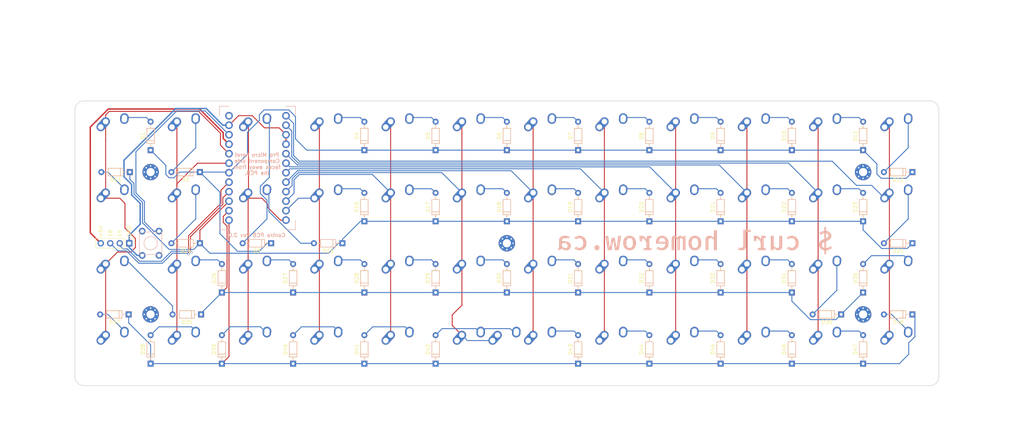
<source format=kicad_pcb>
(kicad_pcb (version 20211014) (generator pcbnew)
  (layers (0 "F.Cu" signal) (31 "B.Cu" signal) (34 "B.Paste" user) (35 "F.Paste" user) (36 "B.SilkS" user "B.Silkscreen") (37 "F.SilkS" user "F.Silkscreen") (38 "B.Mask" user) (39 "F.Mask" user) (44 "Edge.Cuts" user))
  (net 0 "")
  (net 1 "ROW0")
  (net 2 "Net-(D1-Pad2)")
  (net 3 "Net-(D2-Pad2)")
  (net 4 "Net-(D3-Pad2)")
  (net 5 "Net-(D4-Pad2)")
  (net 6 "Net-(D5-Pad2)")
  (net 7 "Net-(D6-Pad2)")
  (net 8 "Net-(D7-Pad2)")
  (net 9 "Net-(D8-Pad2)")
  (net 10 "Net-(D9-Pad2)")
  (net 11 "Net-(D10-Pad2)")
  (net 12 "Net-(D11-Pad2)")
  (net 13 "Net-(D12-Pad2)")
  (net 14 "ROW1")
  (net 15 "Net-(D13-Pad2)")
  (net 16 "Net-(D14-Pad2)")
  (net 17 "Net-(D15-Pad2)")
  (net 18 "Net-(D16-Pad2)")
  (net 19 "Net-(D17-Pad2)")
  (net 20 "Net-(D18-Pad2)")
  (net 21 "Net-(D19-Pad2)")
  (net 22 "Net-(D20-Pad2)")
  (net 23 "Net-(D21-Pad2)")
  (net 24 "Net-(D22-Pad2)")
  (net 25 "Net-(D23-Pad2)")
  (net 26 "Net-(D24-Pad2)")
  (net 27 "ROW2")
  (net 28 "Net-(D25-Pad2)")
  (net 29 "Net-(D26-Pad2)")
  (net 30 "Net-(D27-Pad2)")
  (net 31 "Net-(D28-Pad2)")
  (net 32 "Net-(D29-Pad2)")
  (net 33 "Net-(D30-Pad2)")
  (net 34 "Net-(D31-Pad2)")
  (net 35 "Net-(D32-Pad2)")
  (net 36 "Net-(D33-Pad2)")
  (net 37 "Net-(D34-Pad2)")
  (net 38 "Net-(D35-Pad2)")
  (net 39 "Net-(D36-Pad2)")
  (net 40 "ROW3")
  (net 41 "Net-(D37-Pad2)")
  (net 42 "Net-(D38-Pad2)")
  (net 43 "Net-(D39-Pad2)")
  (net 44 "Net-(D40-Pad2)")
  (net 45 "Net-(D41-Pad2)")
  (net 46 "Net-(D42-Pad2)")
  (net 47 "Net-(D43-Pad2)")
  (net 48 "Net-(D44-Pad2)")
  (net 49 "Net-(D45-Pad2)")
  (net 50 "Net-(D46-Pad2)")
  (net 51 "Net-(D47-Pad2)")
  (net 52 "Net-(D48-Pad2)")
  (net 53 "COL0")
  (net 54 "COL1")
  (net 55 "COL2")
  (net 56 "COL3")
  (net 57 "COL4")
  (net 58 "COL5")
  (net 59 "COL6")
  (net 60 "COL7")
  (net 61 "COL8")
  (net 62 "COL9")
  (net 63 "COL10")
  (net 64 "COL11")
  (net 65 "Net-(U1-Pad24)")
  (net 66 "Net-(SW1-Pad1)")
  (net 67 "GND")
  (net 68 "+5V")
  (net 69 "PIN18")
  (net 70 "PIN15")
  (footprint "MX_Alps_Hybrid:MX-1U-NoLED" (layer "F.Cu") (at 38.1 38.1)
    (fp_text reference "MX1")
    (fp_text value "MX-1U")
  )
  (footprint "MX_Alps_Hybrid:MX-1U-NoLED" (layer "F.Cu") (at 57.15 38.1)
    (fp_text reference "MX2")
    (fp_text value "MX-1U")
  )
  (footprint "MX_Alps_Hybrid:MX-1U-NoLED" (layer "F.Cu") (at 76.2 38.1)
    (fp_text reference "MX3")
    (fp_text value "MX-1U")
  )
  (footprint "MX_Alps_Hybrid:MX-1U-NoLED" (layer "F.Cu") (at 95.25 38.1)
    (fp_text reference "MX4")
    (fp_text value "MX-1U")
  )
  (footprint "MX_Alps_Hybrid:MX-1U-NoLED" (layer "F.Cu") (at 114.3 38.1)
    (fp_text reference "MX5")
    (fp_text value "MX-1U")
  )
  (footprint "MX_Alps_Hybrid:MX-1U-NoLED" (layer "F.Cu") (at 133.35 38.1)
    (fp_text reference "MX6")
    (fp_text value "MX-1U")
  )
  (footprint "MX_Alps_Hybrid:MX-1U-NoLED" (layer "F.Cu") (at 152.4 38.1)
    (fp_text reference "MX7")
    (fp_text value "MX-1U")
  )
  (footprint "MX_Alps_Hybrid:MX-1U-NoLED" (layer "F.Cu") (at 171.45 38.1)
    (fp_text reference "MX8")
    (fp_text value "MX-1U")
  )
  (footprint "MX_Alps_Hybrid:MX-1U-NoLED" (layer "F.Cu") (at 190.5 38.1)
    (fp_text reference "MX9")
    (fp_text value "MX-1U")
  )
  (footprint "MX_Alps_Hybrid:MX-1U-NoLED" (layer "F.Cu") (at 209.55 38.1)
    (fp_text reference "MX10")
    (fp_text value "MX-1U")
  )
  (footprint "MX_Alps_Hybrid:MX-1U-NoLED" (layer "F.Cu") (at 228.6 38.1)
    (fp_text reference "MX11")
    (fp_text value "MX-1U")
  )
  (footprint "MX_Alps_Hybrid:MX-1U-NoLED" (layer "F.Cu") (at 247.65 38.1)
    (fp_text reference "MX12")
    (fp_text value "MX-1U")
  )
  (footprint "MX_Alps_Hybrid:MX-1U-NoLED" (layer "F.Cu") (at 38.1 57.15)
    (fp_text reference "MX13")
    (fp_text value "MX-1U")
  )
  (footprint "MX_Alps_Hybrid:MX-1U-NoLED" (layer "F.Cu") (at 57.15 57.15)
    (fp_text reference "MX14")
    (fp_text value "MX-1U")
  )
  (footprint "MX_Alps_Hybrid:MX-1U-NoLED" (layer "F.Cu") (at 76.2 57.15)
    (fp_text reference "MX15")
    (fp_text value "MX-1U")
  )
  (footprint "MX_Alps_Hybrid:MX-1U-NoLED" (layer "F.Cu") (at 95.25 57.15)
    (fp_text reference "MX16")
    (fp_text value "MX-1U")
  )
  (footprint "MX_Alps_Hybrid:MX-1U-NoLED" (layer "F.Cu") (at 114.3 57.15)
    (fp_text reference "MX17")
    (fp_text value "MX-1U")
  )
  (footprint "MX_Alps_Hybrid:MX-1U-NoLED" (layer "F.Cu") (at 133.35 57.15)
    (fp_text reference "MX18")
    (fp_text value "MX-1U")
  )
  (footprint "MX_Alps_Hybrid:MX-1U-NoLED" (layer "F.Cu") (at 152.4 57.15)
    (fp_text reference "MX19")
    (fp_text value "MX-1U")
  )
  (footprint "MX_Alps_Hybrid:MX-1U-NoLED" (layer "F.Cu") (at 171.45 57.15)
    (fp_text reference "MX20")
    (fp_text value "MX-1U")
  )
  (footprint "MX_Alps_Hybrid:MX-1U-NoLED" (layer "F.Cu") (at 190.5 57.15)
    (fp_text reference "MX21")
    (fp_text value "MX-1U")
  )
  (footprint "MX_Alps_Hybrid:MX-1U-NoLED" (layer "F.Cu") (at 209.55 57.15)
    (fp_text reference "MX22")
    (fp_text value "MX-1U")
  )
  (footprint "MX_Alps_Hybrid:MX-1U-NoLED" (layer "F.Cu") (at 228.6 57.15)
    (fp_text reference "MX23")
    (fp_text value "MX-1U")
  )
  (footprint "MX_Alps_Hybrid:MX-1U-NoLED" (layer "F.Cu") (at 247.65 57.15)
    (fp_text reference "MX24")
    (fp_text value "MX-1U")
  )
  (footprint "MX_Alps_Hybrid:MX-1U-NoLED" (layer "F.Cu") (at 38.1 76.2)
    (fp_text reference "MX25")
    (fp_text value "MX-1U")
  )
  (footprint "MX_Alps_Hybrid:MX-1U-NoLED" (layer "F.Cu") (at 57.15 76.2)
    (fp_text reference "MX26")
    (fp_text value "MX-1U")
  )
  (footprint "MX_Alps_Hybrid:MX-1U-NoLED" (layer "F.Cu") (at 76.2 76.2)
    (fp_text reference "MX27")
    (fp_text value "MX-1U")
  )
  (footprint "MX_Alps_Hybrid:MX-1U-NoLED" (layer "F.Cu") (at 95.25 76.2)
    (fp_text reference "MX28")
    (fp_text value "MX-1U")
  )
  (footprint "MX_Alps_Hybrid:MX-1U-NoLED" (layer "F.Cu") (at 114.3 76.2)
    (fp_text reference "MX29")
    (fp_text value "MX-1U")
  )
  (footprint "MX_Alps_Hybrid:MX-1U-NoLED" (layer "F.Cu") (at 133.35 76.2)
    (fp_text reference "MX30")
    (fp_text value "MX-1U")
  )
  (footprint "MX_Alps_Hybrid:MX-1U-NoLED" (layer "F.Cu") (at 152.4 76.2)
    (fp_text reference "MX31")
    (fp_text value "MX-1U")
  )
  (footprint "MX_Alps_Hybrid:MX-1U-NoLED" (layer "F.Cu") (at 171.45 76.2)
    (fp_text reference "MX32")
    (fp_text value "MX-1U")
  )
  (footprint "MX_Alps_Hybrid:MX-1U-NoLED" (layer "F.Cu") (at 190.5 76.2)
    (fp_text reference "MX33")
    (fp_text value "MX-1U")
  )
  (footprint "MX_Alps_Hybrid:MX-1U-NoLED" (layer "F.Cu") (at 209.55 76.2)
    (fp_text reference "MX34")
    (fp_text value "MX-1U")
  )
  (footprint "MX_Alps_Hybrid:MX-1U-NoLED" (layer "F.Cu") (at 228.6 76.2)
    (fp_text reference "MX35")
    (fp_text value "MX-1U")
  )
  (footprint "MX_Alps_Hybrid:MX-1U-NoLED" (layer "F.Cu") (at 247.65 76.2)
    (fp_text reference "MX36")
    (fp_text value "MX-1U")
  )
  (footprint "MX_Alps_Hybrid:MX-1U-NoLED" (layer "F.Cu") (at 38.1 95.25)
    (fp_text reference "MX37")
    (fp_text value "MX-1U")
  )
  (footprint "MX_Alps_Hybrid:MX-1U-NoLED" (layer "F.Cu") (at 57.15 95.25)
    (fp_text reference "MX38")
    (fp_text value "MX-1U")
  )
  (footprint "MX_Alps_Hybrid:MX-1U-NoLED" (layer "F.Cu") (at 76.2 95.25)
    (fp_text reference "MX39")
    (fp_text value "MX-1U")
  )
  (footprint "MX_Alps_Hybrid:MX-1U-NoLED" (layer "F.Cu") (at 95.25 95.25)
    (fp_text reference "MX40")
    (fp_text value "MX-1U")
  )
  (footprint "MX_Alps_Hybrid:MX-1U-NoLED" (layer "F.Cu") (at 114.3 95.25)
    (fp_text reference "MX41")
    (fp_text value "MX-1U")
  )
  (footprint "MX_Alps_Hybrid:MX-1U-NoLED" (layer "F.Cu") (at 133.35 95.25)
    (fp_text reference "MX42")
    (fp_text value "MX-1U")
  )
  (footprint "MX_Alps_Hybrid:MX-1U-NoLED" (layer "F.Cu") (at 152.4 95.25)
    (fp_text reference "MX43")
    (fp_text value "MX-1U")
  )
  (footprint "MX_Alps_Hybrid:MX-1U-NoLED" (layer "F.Cu") (at 171.45 95.25)
    (fp_text reference "MX44")
    (fp_text value "MX-1U")
  )
  (footprint "MX_Alps_Hybrid:MX-1U-NoLED" (layer "F.Cu") (at 190.5 95.25)
    (fp_text reference "MX45")
    (fp_text value "MX-1U")
  )
  (footprint "MX_Alps_Hybrid:MX-1U-NoLED" (layer "F.Cu") (at 209.55 95.25)
    (fp_text reference "MX46")
    (fp_text value "MX-1U")
  )
  (footprint "MX_Alps_Hybrid:MX-1U-NoLED" (layer "F.Cu") (at 228.6 95.25)
    (fp_text reference "MX47")
    (fp_text value "MX-1U")
  )
  (footprint "MX_Alps_Hybrid:MX-1U-NoLED" (layer "F.Cu") (at 247.65 95.25)
    (fp_text reference "MX48")
    (fp_text value "MX-1U")
  )
  (footprint "MX_Alps_Hybrid:MX-2U-ReversedStabilizers-NoLED" (layer "F.Cu") (at 142.875 95.25)
    (fp_text reference "MX49")
    (fp_text value "MX-2U")
  )
  (footprint "Mounting_Holes:MountingHole_2.2mm_M2_Pad_Via" (layer "F.Cu") (at 238.125 85.725)
    (fp_text reference "REF**")
    (fp_text value "MountingHole_2.2mm_M2_Pad_Via")
  )
  (footprint "Mounting_Holes:MountingHole_2.2mm_M2_Pad_Via" (layer "F.Cu") (at 238.125 47.625)
    (fp_text reference "REF**")
    (fp_text value "MountingHole_2.2mm_M2_Pad_Via")
  )
  (footprint "Mounting_Holes:MountingHole_2.2mm_M2_Pad_Via" (layer "F.Cu") (at 142.875 66.675)
    (fp_text reference "REF**")
    (fp_text value "MountingHole_2.2mm_M2_Pad_Via")
  )
  (footprint "Mounting_Holes:MountingHole_2.2mm_M2_Pad_Via" (layer "F.Cu") (at 47.625 47.625)
    (fp_text reference "REF**")
    (fp_text value "MountingHole_2.2mm_M2_Pad_Via")
  )
  (footprint "Mounting_Holes:MountingHole_2.2mm_M2_Pad_Via" (layer "F.Cu") (at 47.625 85.725)
    (fp_text reference "REF**")
    (fp_text value "MountingHole_2.2mm_M2_Pad_Via")
  )
  (footprint "locallib:D_DO-35_SOD27_P7.62mm_Horizontal-DoubleSided" (layer "F.Cu") (at 47.625 41.75125 90)
    (fp_text reference "D1")
    (fp_text value "1N4148")
  )
  (footprint "locallib:D_DO-35_SOD27_P7.62mm_Horizontal-DoubleSided" (layer "F.Cu") (at 60.80125 47.625 180)
    (fp_text reference "D2")
    (fp_text value "1N4148")
  )
  (footprint "locallib:D_DO-35_SOD27_P7.62mm_Horizontal-DoubleSided" (layer "F.Cu") (at 79.85125 66.675 180)
    (fp_text reference "D3")
    (fp_text value "1N4148")
  )
  (footprint "locallib:D_DO-35_SOD27_P7.62mm_Horizontal-DoubleSided" (layer "F.Cu") (at 104.775 41.75125 90)
    (fp_text reference "D4")
    (fp_text value "1N4148")
  )
  (footprint "locallib:D_DO-35_SOD27_P7.62mm_Horizontal-DoubleSided" (layer "F.Cu") (at 123.825 41.75125 90)
    (fp_text reference "D5")
    (fp_text value "1N4148")
  )
  (footprint "locallib:D_DO-35_SOD27_P7.62mm_Horizontal-DoubleSided" (layer "F.Cu") (at 142.875 41.75125 90)
    (fp_text reference "D6")
    (fp_text value "1N4148")
  )
  (footprint "locallib:D_DO-35_SOD27_P7.62mm_Horizontal-DoubleSided" (layer "F.Cu") (at 161.925 41.75125 90)
    (fp_text reference "D7")
    (fp_text value "1N4148")
  )
  (footprint "locallib:D_DO-35_SOD27_P7.62mm_Horizontal-DoubleSided" (layer "F.Cu") (at 180.975 41.75125 90)
    (fp_text reference "D8")
    (fp_text value "1N4148")
  )
  (footprint "locallib:D_DO-35_SOD27_P7.62mm_Horizontal-DoubleSided" (layer "F.Cu") (at 200.025 41.75125 90)
    (fp_text reference "D9")
    (fp_text value "1N4148")
  )
  (footprint "locallib:D_DO-35_SOD27_P7.62mm_Horizontal-DoubleSided" (layer "F.Cu") (at 219.075 41.75125 90)
    (fp_text reference "D10")
    (fp_text value "1N4148")
  )
  (footprint "locallib:D_DO-35_SOD27_P7.62mm_Horizontal-DoubleSided" (layer "F.Cu") (at 238.125 41.75125 90)
    (fp_text reference "D11")
    (fp_text value "1N4148")
  )
  (footprint "locallib:D_DO-35_SOD27_P7.62mm_Horizontal-DoubleSided" (layer "F.Cu") (at 251.30125 47.625 180)
    (fp_text reference "D12")
    (fp_text value "1N4148")
  )
  (footprint "locallib:D_DO-35_SOD27_P7.62mm_Horizontal-DoubleSided" (layer "F.Cu") (at 42.06875 47.625 180)
    (fp_text reference "D13")
    (fp_text value "1N4148")
  )
  (footprint "locallib:D_DO-35_SOD27_P7.62mm_Horizontal-DoubleSided" (layer "F.Cu") (at 60.80125 66.675 180)
    (fp_text reference "D14")
    (fp_text value "1N4148")
  )
  (footprint "locallib:D_DO-35_SOD27_P7.62mm_Horizontal-DoubleSided" (layer "F.Cu") (at 98.90125 66.675 180)
    (fp_text reference "D15")
    (fp_text value "1N4148")
  )
  (footprint "locallib:D_DO-35_SOD27_P7.62mm_Horizontal-DoubleSided" (layer "F.Cu") (at 104.775 60.80125 90)
    (fp_text reference "D16")
    (fp_text value "1N4148")
  )
  (footprint "locallib:D_DO-35_SOD27_P7.62mm_Horizontal-DoubleSided" (layer "F.Cu") (at 123.825 60.80125 90)
    (fp_text reference "D17")
    (fp_text value "1N4148")
  )
  (footprint "locallib:D_DO-35_SOD27_P7.62mm_Horizontal-DoubleSided" (layer "F.Cu") (at 142.875 60.80125 90)
    (fp_text reference "D18")
    (fp_text value "1N4148")
  )
  (footprint "locallib:D_DO-35_SOD27_P7.62mm_Horizontal-DoubleSided" (layer "F.Cu") (at 161.925 60.80125 90)
    (fp_text reference "D19")
    (fp_text value "1N4148")
  )
  (footprint "locallib:D_DO-35_SOD27_P7.62mm_Horizontal-DoubleSided" (layer "F.Cu") (at 180.975 60.80125 90)
    (fp_text reference "D20")
    (fp_text value "1N4148")
  )
  (footprint "locallib:D_DO-35_SOD27_P7.62mm_Horizontal-DoubleSided" (layer "F.Cu") (at 200.025 60.80125 90)
    (fp_text reference "D21")
    (fp_text value "1N4148")
  )
  (footprint "locallib:D_DO-35_SOD27_P7.62mm_Horizontal-DoubleSided" (layer "F.Cu") (at 219.075 60.80125 90)
    (fp_text reference "D22")
    (fp_text value "1N4148")
  )
  (footprint "locallib:D_DO-35_SOD27_P7.62mm_Horizontal-DoubleSided" (layer "F.Cu") (at 238.125 60.80125 90)
    (fp_text reference "D23")
    (fp_text value "1N4148")
  )
  (footprint "locallib:D_DO-35_SOD27_P7.62mm_Horizontal-DoubleSided" (layer "F.Cu") (at 251.30125 66.675 180)
    (fp_text reference "D24")
    (fp_text value "1N4148")
  )
  (footprint "locallib:D_DO-35_SOD27_P7.62mm_Horizontal-DoubleSided" (layer "F.Cu") (at 61.11875 85.725 180)
    (fp_text reference "D25")
    (fp_text value "1N4148")
  )
  (footprint "locallib:D_DO-35_SOD27_P7.62mm_Horizontal-DoubleSided" (layer "F.Cu") (at 66.675 79.85125 90)
    (fp_text reference "D26")
    (fp_text value "1N4148")
  )
  (footprint "locallib:D_DO-35_SOD27_P7.62mm_Horizontal-DoubleSided" (layer "F.Cu") (at 85.725 79.85125 90)
    (fp_text reference "D27")
    (fp_text value "1N4148")
  )
  (footprint "locallib:D_DO-35_SOD27_P7.62mm_Horizontal-DoubleSided" (layer "F.Cu") (at 104.775 79.85125 90)
    (fp_text reference "D28")
    (fp_text value "1N4148")
  )
  (footprint "locallib:D_DO-35_SOD27_P7.62mm_Horizontal-DoubleSided" (layer "F.Cu") (at 123.825 79.85125 90)
    (fp_text reference "D29")
    (fp_text value "1N4148")
  )
  (footprint "locallib:D_DO-35_SOD27_P7.62mm_Horizontal-DoubleSided" (layer "F.Cu") (at 142.875 79.85125 90)
    (fp_text reference "D30")
    (fp_text value "1N4148")
  )
  (footprint "locallib:D_DO-35_SOD27_P7.62mm_Horizontal-DoubleSided" (layer "F.Cu") (at 161.925 79.85125 90)
    (fp_text reference "D31")
    (fp_text value "1N4148")
  )
  (footprint "locallib:D_DO-35_SOD27_P7.62mm_Horizontal-DoubleSided" (layer "F.Cu") (at 180.975 79.85125 90)
    (fp_text reference "D32")
    (fp_text value "1N4148")
  )
  (footprint "locallib:D_DO-35_SOD27_P7.62mm_Horizontal-DoubleSided" (layer "F.Cu") (at 200.025 79.85125 90)
    (fp_text reference "D33")
    (fp_text value "1N4148")
  )
  (footprint "locallib:D_DO-35_SOD27_P7.62mm_Horizontal-DoubleSided" (layer "F.Cu") (at 219.075 79.85125 90)
    (fp_text reference "D34")
    (fp_text value "1N4148")
  )
  (footprint "locallib:D_DO-35_SOD27_P7.62mm_Horizontal-DoubleSided" (layer "F.Cu") (at 232.25125 85.725 180)
    (fp_text reference "D35")
    (fp_text value "1N4148")
  )
  (footprint "locallib:D_DO-35_SOD27_P7.62mm_Horizontal-DoubleSided" (layer "F.Cu") (at 238.125 79.85125 90)
    (fp_text reference "D36")
    (fp_text value "1N4148")
  )
  (footprint "locallib:D_DO-35_SOD27_P7.62mm_Horizontal-DoubleSided" (layer "F.Cu") (at 41.75125 85.725 180)
    (fp_text reference "D37")
    (fp_text value "1N4148")
  )
  (footprint "locallib:D_DO-35_SOD27_P7.62mm_Horizontal-DoubleSided" (layer "F.Cu") (at 47.625 98.90125 90)
    (fp_text reference "D38")
    (fp_text value "1N4148")
  )
  (footprint "locallib:D_DO-35_SOD27_P7.62mm_Horizontal-DoubleSided" (layer "F.Cu") (at 66.675 98.90125 90)
    (fp_text reference "D39")
    (fp_text value "1N4148")
  )
  (footprint "locallib:D_DO-35_SOD27_P7.62mm_Horizontal-DoubleSided" (layer "F.Cu") (at 85.725 98.90125 90)
    (fp_text reference "D40")
    (fp_text value "1N4148")
  )
  (footprint "locallib:D_DO-35_SOD27_P7.62mm_Horizontal-DoubleSided" (layer "F.Cu") (at 104.775 98.90125 90)
    (fp_text reference "D41")
    (fp_text value "1N4148")
  )
  (footprint "locallib:D_DO-35_SOD27_P7.62mm_Horizontal-DoubleSided" (layer "F.Cu") (at 123.825 98.90125 90)
    (fp_text reference "D42")
    (fp_text value "1N4148")
  )
  (footprint "locallib:D_DO-35_SOD27_P7.62mm_Horizontal-DoubleSided" (layer "F.Cu") (at 161.925 98.90125 90)
    (fp_text reference "D43")
    (fp_text value "1N4148")
  )
  (footprint "locallib:D_DO-35_SOD27_P7.62mm_Horizontal-DoubleSided" (layer "F.Cu") (at 180.975 98.90125 90)
    (fp_text reference "D44")
    (fp_text value "1N4148")
  )
  (footprint "locallib:D_DO-35_SOD27_P7.62mm_Horizontal-DoubleSided" (layer "F.Cu") (at 200.025 98.90125 90)
    (fp_text reference "D45")
    (fp_text value "1N4148")
  )
  (footprint "locallib:D_DO-35_SOD27_P7.62mm_Horizontal-DoubleSided" (layer "F.Cu") (at 219.075 98.90125 90)
    (fp_text reference "D46")
    (fp_text value "1N4148")
  )
  (footprint "locallib:D_DO-35_SOD27_P7.62mm_Horizontal-DoubleSided" (layer "F.Cu") (at 238.125 98.90125 90)
    (fp_text reference "D47")
    (fp_text value "1N4148")
  )
  (footprint "locallib:D_DO-35_SOD27_P7.62mm_Horizontal-DoubleSided" (layer "F.Cu") (at 251.30125 85.725 180)
    (fp_text reference "D48")
    (fp_text value "1N4148")
  )
  (footprint "Pin_Headers:Pin_Header_Straight_1x04_Pitch2.54mm" (layer "F.Cu") (at 41.91 66.675 -90)
    (fp_text reference "J1")
    (fp_text value "Conn_01x04")
  )
  (footprint "locallib:pro_micro" (layer "B.Cu") (at 76.2 45.24375 180)
    (fp_text reference "U1")
    (fp_text value "ProMicro")
  )
  (footprint "Molex-0548190589:PushButton_6x6mm_TH_Pretty" (layer "B.Cu") (at 47.625 66.675 90)
    (fp_text reference "SW1")
    (fp_text value "SW_PUSH")
  )
  (footprint "homerow:homerow_small" (layer "B.Cu") (at 193.04 66.04 180)
    (fp_text reference "G***" hide)
    (fp_text value "LOGO" hide)
  )
  (gr_arc (start 29.765625 104.775) (mid 28.081827 104.077548) (end 27.384375 102.39375) (layer "Edge.Cuts") (width 0.15))
  (gr_arc (start 27.384375 30.95625) (mid 28.081827 29.272452) (end 29.765625 28.575) (layer "Edge.Cuts") (width 0.15))
  (gr_arc (start 255.984375 28.575) (mid 257.668173 29.272452) (end 258.365625 30.95625) (layer "Edge.Cuts") (width 0.15))
  (gr_line (start 255.984375 104.775) (end 29.765625 104.775) (layer "Edge.Cuts") (width 0.15))
  (gr_arc (start 258.365625 102.39375) (mid 257.668173 104.077548) (end 255.984375 104.775) (layer "Edge.Cuts") (width 0.15))
  (gr_line (start 27.384375 102.39375) (end 27.384375 30.95625) (layer "Edge.Cuts") (width 0.15))
  (gr_line (start 29.765625 28.575) (end 255.984375 28.575) (layer "Edge.Cuts") (width 0.15))
  (gr_line (start 258.365625 30.95625) (end 258.365625 102.39375) (layer "Edge.Cuts") (width 0.15))
  (gr_text "Contra PCB Rev 2.0" (at 76.04125 64.516) (layer "B.SilkS") (effects (font (size 1 1) (thickness 0.2)) (justify mirror)))
  (gr_text "Pro Micro here!\nComponent side\nfaces away from\nthe PCB." (at 76.073 45.466) (layer "B.SilkS") (effects (font (size 1 1) (thickness 0.2)) (justify mirror)))
  (gr_text "GND" (at 41.91 63.5 90) (layer "F.SilkS") (effects (font (size 1 1))))
  (gr_text "18\n" (at 36.83 64.008 90) (layer "F.SilkS") (effects (font (size 1 1))))
  (gr_text "15" (at 39.37 64.008 90) (layer "F.SilkS") (effects (font (size 1 1))))
  (gr_text "+5V" (at 34.29 63.5 90) (layer "F.SilkS") (effects (font (size 1 1))))
  (segment (start 241.808 48.133) (end 241.808 45.43425) (width 0.25) (layer "B.Cu") (net 1))
  (segment (start 182.025 41.75125) (end 200.025 41.75125) (width 0.25) (layer "B.Cu") (net 1))
  (segment (start 86.36 32.766) (end 84.582 30.988) (width 0.25) (layer "B.Cu") (net 1))
  (segment (start 161.925 41.75125) (end 162.975 41.75125) (width 0.25) (layer "B.Cu") (net 1))
  (segment (start 68.42125 47.625) (end 68.58 47.78375) (width 0.25) (layer "B.Cu") (net 1))
  (segment (start 249.65025 49.276) (end 242.951 49.276) (width 0.25) (layer "B.Cu") (net 1))
  (segment (start 79.85125 66.675) (end 78.80125 66.675) (width 0.25) (layer "B.Cu") (net 1))
  (segment (start 73.533 42.83075) (end 68.58 47.78375) (width 0.25) (layer "B.Cu") (net 1))
  (segment (start 219.075 41.75125) (end 220.125 41.75125) (width 0.25) (layer "B.Cu") (net 1))
  (segment (start 105.825 41.75125) (end 123.825 41.75125) (width 0.25) (layer "B.Cu") (net 1))
  (segment (start 51.689 45.81525) (end 47.625 41.75125) (width 0.25) (layer "B.Cu") (net 1))
  (segment (start 77.978 30.988) (end 76.708 32.258) (width 0.25) (layer "B.Cu") (net 1))
  (segment (start 162.975 41.75125) (end 180.975 41.75125) (width 0.25) (layer "B.Cu") (net 1))
  (segment (start 76.708 32.258) (end 76.708 33.782) (width 0.25) (layer "B.Cu") (net 1))
  (segment (start 73.533 36.957) (end 73.533 42.83075) (width 0.25) (layer "B.Cu") (net 1))
  (segment (start 76.708 33.782) (end 73.533 36.957) (width 0.25) (layer "B.Cu") (net 1))
  (segment (start 124.875 41.75125) (end 142.875 41.75125) (width 0.25) (layer "B.Cu") (net 1))
  (segment (start 142.875 41.75125) (end 143.925 41.75125) (width 0.25) (layer "B.Cu") (net 1))
  (segment (start 104.775 41.75125) (end 105.825 41.75125) (width 0.25) (layer "B.Cu") (net 1))
  (segment (start 84.582 30.988) (end 77.978 30.988) (width 0.25) (layer "B.Cu") (net 1))
  (segment (start 89.37625 41.75125) (end 86.36 38.735) (width 0.25) (layer "B.Cu") (net 1))
  (segment (start 200.025 41.75125) (end 201.075 41.75125) (width 0.25) (layer "B.Cu") (net 1))
  (segment (start 76.64225 68.834) (end 70.866 68.834) (width 0.25) (layer "B.Cu") (net 1))
  (segment (start 60.80125 47.625) (end 55.372 47.625) (width 0.25) (layer "B.Cu") (net 1))
  (segment (start 143.925 41.75125) (end 161.925 41.75125) (width 0.25) (layer "B.Cu") (net 1))
  (segment (start 51.689 48.26) (end 51.689 45.81525) (width 0.25) (layer "B.Cu") (net 1))
  (segment (start 66.167 64.135) (end 66.167 52.99075) (width 0.25) (layer "B.Cu") (net 1))
  (segment (start 86.36 38.735) (end 86.36 32.766) (width 0.25) (layer "B.Cu") (net 1))
  (segment (start 70.866 68.834) (end 66.167 64.135) (width 0.25) (layer "B.Cu") (net 1))
  (segment (start 104.775 41.75125) (end 89.37625 41.75125) (width 0.25) (layer "B.Cu") (net 1))
  (segment (start 52.578 49.149) (end 51.689 48.26) (width 0.25) (layer "B.Cu") (net 1))
  (segment (start 201.075 41.75125) (end 219.075 41.75125) (width 0.25) (layer "B.Cu") (net 1))
  (segment (start 220.125 41.75125) (end 238.125 41.75125) (width 0.25) (layer "B.Cu") (net 1))
  (segment (start 66.167 52.99075) (end 60.80125 47.625) (width 0.25) (layer "B.Cu") (net 1))
  (segment (start 78.80125 66.675) (end 76.64225 68.834) (width 0.25) (layer "B.Cu") (net 1))
  (segment (start 60.80125 47.625) (end 68.42125 47.625) (width 0.25) (layer "B.Cu") (net 1))
  (segment (start 242.951 49.276) (end 241.808 48.133) (width 0.25) (layer "B.Cu") (net 1))
  (segment (start 123.825 41.75125) (end 124.875 41.75125) (width 0.25) (layer "B.Cu") (net 1))
  (segment (start 55.372 47.625) (end 53.848 49.149) (width 0.25) (layer "B.Cu") (net 1))
  (segment (start 180.975 41.75125) (end 182.025 41.75125) (width 0.25) (layer "B.Cu") (net 1))
  (segment (start 53.848 49.149) (end 52.578 49.149) (width 0.25) (layer "B.Cu") (net 1))
  (segment (start 241.808 45.43425) (end 238.125 41.75125) (width 0.25) (layer "B.Cu") (net 1))
  (segment (start 251.30125 47.625) (end 249.65025 49.276) (width 0.25) (layer "B.Cu") (net 1))
  (segment (start 40.64 33.02) (end 46.51375 33.02) (width 0.25) (layer "B.Cu") (net 2))
  (segment (start 46.51375 33.02) (end 47.625 34.13125) (width 0.25) (layer "B.Cu") (net 2))
  (segment (start 59.69 33.02) (end 59.69 41.11625) (width 0.25) (layer "B.Cu") (net 3))
  (segment (start 59.69 41.11625) (end 53.18125 47.625) (width 0.25) (layer "B.Cu") (net 3))
  (segment (start 79.375 34.275) (end 78.7 33.6) (width 0.25) (layer "B.Cu") (net 4))
  (segment (start 78.74 60.16625) (end 78.74 55.118) (width 0.25) (layer "B.Cu") (net 4))
  (segment (start 78.74 34.61099) (end 78.74 33.02) (width 0.25) (layer "B.Cu") (net 4))
  (segment (start 72.23125 66.675) (end 78.74 60.16625) (width 0.25) (layer "B.Cu") (net 4))
  (segment (start 78.74 55.118) (end 76.962 53.34) (width 0.25) (layer "B.Cu") (net 4))
  (segment (start 76.962 51.435) (end 79.375 49.022) (width 0.25) (layer "B.Cu") (net 4))
  (segment (start 79.375 49.022) (end 79.375 35.24599) (width 0.25) (layer "B.Cu") (net 4))
  (segment (start 79.375 35.24599) (end 79.375 34.275) (width 0.25) (layer "B.Cu") (net 4))
  (segment (start 76.962 53.34) (end 76.962 51.435) (width 0.25) (layer "B.Cu") (net 4))
  (segment (start 97.79 33.02) (end 103.66375 33.02) (width 0.25) (layer "B.Cu") (net 5))
  (segment (start 103.66375 33.02) (end 104.775 34.13125) (width 0.25) (layer "B.Cu") (net 5))
  (segment (start 122.71375 33.02) (end 123.825 34.13125) (width 0.25) (layer "B.Cu") (net 6))
  (segment (start 116.84 33.02) (end 122.71375 33.02) (width 0.25) (layer "B.Cu") (net 6))
  (segment (start 135.89 33.02) (end 141.76375 33.02) (width 0.25) (layer "B.Cu") (net 7))
  (segment (start 141.76375 33.02) (end 142.875 34.13125) (width 0.25) (layer "B.Cu") (net 7))
  (segment (start 154.94 33.02) (end 160.81375 33.02) (width 0.25) (layer "B.Cu") (net 8))
  (segment (start 160.81375 33.02) (end 161.925 34.13125) (width 0.25) (layer "B.Cu") (net 8))
  (segment (start 173.99 33.02) (end 179.86375 33.02) (width 0.25) (layer "B.Cu") (net 9))
  (segment (start 179.86375 33.02) (end 180.975 34.13125) (width 0.25) (layer "B.Cu") (net 9))
  (segment (start 198.91375 33.02) (end 200.025 34.13125) (width 0.25) (layer "B.Cu") (net 10))
  (segment (start 193.04 33.02) (end 198.91375 33.02) (width 0.25) (layer "B.Cu") (net 10))
  (segment (start 217.96375 33.02) (end 219.075 34.13125) (width 0.25) (layer "B.Cu") (net 11))
  (segment (start 212.09 33.02) (end 217.96375 33.02) (width 0.25) (layer "B.Cu") (net 11))
  (segment (start 237.01375 33.02) (end 238.125 34.13125) (width 0.25) (layer "B.Cu") (net 12))
  (segment (start 231.14 33.02) (end 237.01375 33.02) (width 0.25) (layer "B.Cu") (net 12))
  (segment (start 250.19 33.02) (end 250.19 41.11625) (width 0.25) (layer "B.Cu") (net 13))
  (segment (start 250.19 41.11625) (end 243.68125 47.625) (width 0.25) (layer "B.Cu") (net 13))
  (segment (start 68.58 55.40375) (end 60.80125 63.1825) (width 0.25) (layer "F.Cu") (net 14))
  (segment (start 60.80125 63.1825) (end 60.80125 66.675) (width 0.25) (layer "F.Cu") (net 14))
  (segment (start 98.90125 66.675) (end 98.90125 65.625) (width 0.25) (layer "B.Cu") (net 14))
  (segment (start 98.90125 66.675) (end 97.85125 66.675) (width 0.25) (layer "B.Cu") (net 14))
  (segment (start 142.875 60.80125) (end 143.925 60.80125) (width 0.25) (layer "B.Cu") (net 14))
  (segment (start 45.466 55.753) (end 45.466 61.214) (width 0.25) (layer "B.Cu") (net 14))
  (segment (start 42.06875 49.56175) (end 43.18 50.673) (width 0.25) (layer "B.Cu") (net 14))
  (segment (start 161.925 60.80125) (end 180.975 60.80125) (width 0.25) (layer "B.Cu") (net 14))
  (segment (start 238.125 63.119) (end 243.078 68.072) (width 0.25) (layer "B.Cu") (net 14))
  (segment (start 45.466 61.214) (end 52.578 68.326) (width 0.25) (layer "B.Cu") (net 14))
  (segment (start 105.825 60.80125) (end 123.825 60.80125) (width 0.25) (layer "B.Cu") (net 14))
  (segment (start 59.15025 68.326) (end 60.80125 66.675) (width 0.25) (layer "B.Cu") (net 14))
  (segment (start 124.875 60.80125) (end 142.875 60.80125) (width 0.25) (layer "B.Cu") (net 14))
  (segment (start 95.18425 69.342) (end 63.46825 69.342) (width 0.25) (layer "B.Cu") (net 14))
  (segment (start 43.18 50.673) (end 43.18 53.467) (width 0.25) (layer "B.Cu") (net 14))
  (segment (start 238.125 60.80125) (end 238.125 63.119) (width 0.25) (layer "B.Cu") (net 14))
  (segment (start 143.925 60.80125) (end 161.925 60.80125) (width 0.25) (layer "B.Cu") (net 14))
  (segment (start 219.075 60.80125) (end 238.125 60.80125) (width 0.25) (layer "B.Cu") (net 14))
  (segment (start 98.90125 65.625) (end 103.725 60.80125) (width 0.25) (layer "B.Cu") (net 14))
  (segment (start 63.46825 69.342) (end 60.80125 66.675) (width 0.25) (layer "B.Cu") (net 14))
  (segment (start 243.078 68.072) (end 249.90425 68.072) (width 0.25) (layer "B.Cu") (net 14))
  (segment (start 180.975 60.80125) (end 182.025 60.80125) (width 0.25) (layer "B.Cu") (net 14))
  (segment (start 123.825 60.80125) (end 124.875 60.80125) (width 0.25) (layer "B.Cu") (net 14))
  (segment (start 103.725 60.80125) (end 104.775 60.80125) (width 0.25) (layer "B.Cu") (net 14))
  (segment (start 42.06875 47.625) (end 42.06875 49.56175) (width 0.25) (layer "B.Cu") (net 14))
  (segment (start 182.025 60.80125) (end 200.025 60.80125) (width 0.25) (layer "B.Cu") (net 14))
  (segment (start 43.18 53.467) (end 45.466 55.753) (width 0.25) (layer "B.Cu") (net 14))
  (segment (start 52.578 68.326) (end 59.15025 68.326) (width 0.25) (layer "B.Cu") (net 14))
  (segment (start 200.025 60.80125) (end 219.075 60.80125) (width 0.25) (layer "B.Cu") (net 14))
  (segment (start 104.775 60.80125) (end 105.825 60.80125) (width 0.25) (layer "B.Cu") (net 14))
  (segment (start 249.90425 68.072) (end 251.30125 66.675) (width 0.25) (layer "B.Cu") (net 14))
  (segment (start 97.85125 66.675) (end 95.18425 69.342) (width 0.25) (layer "B.Cu") (net 14))
  (segment (start 36.195 47.625) (end 40.64 52.07) (width 0.25) (layer "B.Cu") (net 15))
  (segment (start 34.44875 47.625) (end 36.195 47.625) (width 0.25) (layer "B.Cu") (net 15))
  (segment (start 59.69 52.07) (end 59.69 60.16625) (width 0.25) (layer "B.Cu") (net 16))
  (segment (start 59.69 60.16625) (end 53.18125 66.675) (width 0.25) (layer "B.Cu") (net 16))
  (segment (start 87.757 66.675) (end 79.248 58.166) (width 0.25) (layer "B.Cu") (net 17))
  (segment (start 91.28125 66.675) (end 87.757 66.675) (width 0.25) (layer "B.Cu") (net 17))
  (segment (start 79.248 52.578) (end 78.74 52.07) (width 0.25) (layer "B.Cu") (net 17))
  (segment (start 79.248 58.166) (end 79.248 52.578) (width 0.25) (layer "B.Cu") (net 17))
  (segment (start 103.66375 52.07) (end 104.775 53.18125) (width 0.25) (layer "B.Cu") (net 18))
  (segment (start 97.79 52.07) (end 103.66375 52.07) (width 0.25) (layer "B.Cu") (net 18))
  (segment (start 122.71375 52.07) (end 123.825 53.18125) (width 0.25) (layer "B.Cu") (net 19))
  (segment (start 117.983 52.07) (end 122.71375 52.07) (width 0.25) (layer "B.Cu") (net 19))
  (segment (start 117.403 52.65) (end 117.983 52.07) (width 0.25) (layer "B.Cu") (net 19))
  (segment (start 116.8 52.65) (end 117.403 52.65) (width 0.25) (layer "B.Cu") (net 19))
  (segment (start 141.76375 52.07) (end 142.875 53.18125) (width 0.25) (layer "B.Cu") (net 20))
  (segment (start 135.89 52.07) (end 141.76375 52.07) (width 0.25) (layer "B.Cu") (net 20))
  (segment (start 154.94 52.07) (end 160.81375 52.07) (width 0.25) (layer "B.Cu") (net 21))
  (segment (start 160.81375 52.07) (end 161.925 53.18125) (width 0.25) (layer "B.Cu") (net 21))
  (segment (start 179.86375 52.07) (end 180.975 53.18125) (width 0.25) (layer "B.Cu") (net 22))
  (segment (start 173.99 52.07) (end 179.86375 52.07) (width 0.25) (layer "B.Cu") (net 22))
  (segment (start 198.91375 52.07) (end 200.025 53.18125) (width 0.25) (layer "B.Cu") (net 23))
  (segment (start 193.603 52.65) (end 194.183 52.07) (width 0.25) (layer "B.Cu") (net 23))
  (segment (start 193 52.65) (end 193.603 52.65) (width 0.25) (layer "B.Cu") (net 23))
  (segment (start 194.183 52.07) (end 198.91375 52.07) (width 0.25) (layer "B.Cu") (net 23))
  (segment (start 217.96375 52.07) (end 219.075 53.18125) (width 0.25) (layer "B.Cu") (net 24))
  (segment (start 212.09 52.07) (end 217.96375 52.07) (width 0.25) (layer "B.Cu") (net 24))
  (segment (start 231.14 52.07) (end 237.01375 52.07) (width 0.25) (layer "B.Cu") (net 25))
  (segment (start 237.01375 52.07) (end 238.125 53.18125) (width 0.25) (layer "B.Cu") (net 25))
  (segment (start 250.19 60.16625) (end 243.68125 66.675) (width 0.25) (layer "B.Cu") (net 26))
  (segment (start 250.19 52.07) (end 250.19 60.16625) (width 0.25) (layer "B.Cu") (net 26))
  (segment (start 68.072 62.103) (end 68.072 78.45425) (width 0.25) (layer "F.Cu") (net 27))
  (segment (start 67.056 59.46775) (end 67.056 61.087) (width 0.25) (layer "F.Cu") (net 27))
  (segment (start 67.056 61.087) (end 68.072 62.103) (width 0.25) (layer "F.Cu") (net 27))
  (segment (start 68.58 57.94375) (end 67.056 59.46775) (width 0.25) (layer "F.Cu") (net 27))
  (segment (start 68.072 78.45425) (end 66.675 79.85125) (width 0.25) (layer "F.Cu") (net 27))
  (segment (start 224.028 87.122) (end 230.85425 87.122) (width 0.25) (layer "B.Cu") (net 27))
  (segment (start 230.85425 87.122) (end 232.25125 85.725) (width 0.25) (layer "B.Cu") (net 27))
  (segment (start 161.925 79.85125) (end 180.975 79.85125) (width 0.25) (layer "B.Cu") (net 27))
  (segment (start 219.075 79.85125) (end 219.075 82.169) (width 0.25) (layer "B.Cu") (net 27))
  (segment (start 105.825 79.85125) (end 123.825 79.85125) (width 0.25) (layer "B.Cu") (net 27))
  (segment (start 200.025 79.85125) (end 201.075 79.85125) (width 0.25) (layer "B.Cu") (net 27))
  (segment (start 61.11875 85.4075) (end 66.675 79.85125) (width 0.25) (layer "B.Cu") (net 27))
  (segment (start 142.875 79.85125) (end 161.925 79.85125) (width 0.25) (layer "B.Cu") (net 27))
  (segment (start 86.775 79.85125) (end 104.775 79.85125) (width 0.25) (layer "B.Cu") (net 27))
  (segment (start 182.025 79.85125) (end 200.025 79.85125) (width 0.25) (layer "B.Cu") (net 27))
  (segment (start 123.825 79.85125) (end 124.875 79.85125) (width 0.25) (layer "B.Cu") (net 27))
  (segment (start 67.725 79.85125) (end 85.725 79.85125) (width 0.25) (layer "B.Cu") (net 27))
  (segment (start 66.675 79.85125) (end 67.725 79.85125) (width 0.25) (layer "B.Cu") (net 27))
  (segment (start 85.725 79.85125) (end 86.775 79.85125) (width 0.25) (layer "B.Cu") (net 27))
  (segment (start 180.975 79.85125) (end 182.025 79.85125) (width 0.25) (layer "B.Cu") (net 27))
  (segment (start 124.875 79.85125) (end 142.875 79.85125) (width 0.25) (layer "B.Cu") (net 27))
  (segment (start 104.775 79.85125) (end 105.825 79.85125) (width 0.25) (layer "B.Cu") (net 27))
  (segment (start 201.075 79.85125) (end 219.075 79.85125) (width 0.25) (layer "B.Cu") (net 27))
  (segment (start 219.075 82.169) (end 224.028 87.122) (width 0.25) (layer "B.Cu") (net 27))
  (segment (start 61.11875 85.725) (end 61.11875 85.4075) (width 0.25) (layer "B.Cu") (net 27))
  (segment (start 238.125 79.85125) (end 232.25125 85.725) (width 0.25) (layer "B.Cu") (net 27))
  (segment (start 40.6 71.7) (end 41.728 71.7) (width 0.25) (layer "B.Cu") (net 28))
  (segment (start 53.49875 83.47075) (end 53.49875 85.725) (width 0.25) (layer "B.Cu") (net 28))
  (segment (start 41.728 71.7) (end 53.49875 83.47075) (width 0.25) (layer "B.Cu") (net 28))
  (segment (start 60.96 71.12) (end 65.56375 71.12) (width 0.25) (layer "B.Cu") (net 29))
  (segment (start 65.56375 71.12) (end 66.675 72.23125) (width 0.25) (layer "B.Cu") (net 29))
  (segment (start 59.65 71.7) (end 60.38 71.7) (width 0.25) (layer "B.Cu") (net 29))
  (segment (start 60.38 71.7) (end 60.96 71.12) (width 0.25) (layer "B.Cu") (net 29))
  (segment (start 84.61375 71.12) (end 85.725 72.23125) (width 0.25) (layer "B.Cu") (net 30))
  (segment (start 78.74 71.12) (end 84.61375 71.12) (width 0.25) (layer "B.Cu") (net 30))
  (segment (start 103.66375 71.12) (end 104.775 72.23125) (width 0.25) (layer "B.Cu") (net 31))
  (segment (start 97.79 71.12) (end 103.66375 71.12) (width 0.25) (layer "B.Cu") (net 31))
  (segment (start 116.84 71.12) (end 122.71375 71.12) (width 0.25) (layer "B.Cu") (net 32))
  (segment (start 122.71375 71.12) (end 123.825 72.23125) (width 0.25) (layer "B.Cu") (net 32))
  (segment (start 135.89 71.12) (end 141.76375 71.12) (width 0.25) (layer "B.Cu") (net 33))
  (segment (start 141.76375 71.12) (end 142.875 72.23125) (width 0.25) (layer "B.Cu") (net 33))
  (segment (start 154.9 71.7) (end 155.503 71.7) (width 0.25) (layer "B.Cu") (net 34))
  (segment (start 155.503 71.7) (end 156.083 71.12) (width 0.25) (layer "B.Cu") (net 34))
  (segment (start 160.81375 71.12) (end 161.925 72.23125) (width 0.25) (layer "B.Cu") (net 34))
  (segment (start 156.083 71.12) (end 160.81375 71.12) (width 0.25) (layer "B.Cu") (net 34))
  (segment (start 179.86375 71.12) (end 180.975 72.23125) (width 0.25) (layer "B.Cu") (net 35))
  (segment (start 173.99 71.12) (end 179.86375 71.12) (width 0.25) (layer "B.Cu") (net 35))
  (segment (start 193.04 71.12) (end 198.91375 71.12) (width 0.25) (layer "B.Cu") (net 36))
  (segment (start 198.91375 71.12) (end 200.025 72.23125) (width 0.25) (layer "B.Cu") (net 36))
  (segment (start 212.09 71.12) (end 217.96375 71.12) (width 0.25) (layer "B.Cu") (net 37))
  (segment (start 217.96375 71.12) (end 219.075 72.23125) (width 0.25) (layer "B.Cu") (net 37))
  (segment (start 231.1 79.25625) (end 224.63125 85.725) (width 0.25) (layer "B.Cu") (net 38))
  (segment (start 231.1 71.7) (end 231.1 79.25625) (width 0.25) (layer "B.Cu") (net 38))
  (segment (start 238.924999 71.431251) (end 238.125 72.23125) (width 0.25) (layer "B.Cu") (net 39))
  (segment (start 240.361249 69.995001) (end 238.924999 71.431251) (width 0.25) (layer "B.Cu") (net 39))
  (segment (start 250.19 71.12) (end 249.065001 69.995001) (width 0.25) (layer "B.Cu") (net 39))
  (segment (start 249.065001 69.995001) (end 240.361249 69.995001) (width 0.25) (layer "B.Cu") (net 39))
  (segment (start 68.58 96.99625) (end 66.675 98.90125) (width 0.25) (layer "F.Cu") (net 40))
  (segment (start 68.58 60.48375) (end 68.58 96.99625) (width 0.25) (layer "F.Cu") (net 40))
  (segment (start 85.725 98.90125) (end 104.775 98.90125) (width 0.25) (layer "B.Cu") (net 40))
  (segment (start 124.875 98.90125) (end 161.925 98.90125) (width 0.25) (layer "B.Cu") (net 40))
  (segment (start 123.825 98.90125) (end 124.875 98.90125) (width 0.25) (layer "B.Cu") (net 40))
  (segment (start 48.675 98.90125) (end 66.675 98.90125) (width 0.25) (layer "B.Cu") (net 40))
  (segment (start 47.625 98.90125) (end 48.675 98.90125) (width 0.25) (layer "B.Cu") (net 40))
  (segment (start 250.317 93.345) (end 251.968 91.694) (width 0.25) (layer "B.Cu") (net 40))
  (segment (start 219.075 98.90125) (end 238.125 98.90125) (width 0.25) (layer "B.Cu") (net 40))
  (segment (start 105.825 98.90125) (end 123.825 98.90125) (width 0.25) (layer "B.Cu") (net 40))
  (segment (start 247.80875 98.90125) (end 250.317 96.393) (width 0.25) (layer "B.Cu") (net 40))
  (segment (start 180.975 98.90125) (end 182.025 98.90125) (width 0.25) (layer "B.Cu") (net 40))
  (segment (start 182.025 98.90125) (end 200.025 98.90125) (width 0.25) (layer "B.Cu") (net 40))
  (segment (start 251.968 91.694) (end 251.968 86.39175) (width 0.25) (layer "B.Cu") (net 40))
  (segment (start 238.125 98.90125) (end 247.80875 98.90125) (width 0.25) (layer "B.Cu") (net 40))
  (segment (start 47.625 98.90125) (end 47.625 93.853) (width 0.25) (layer "B.Cu") (net 40))
  (segment (start 66.675 98.90125) (end 67.725 98.90125) (width 0.25) (layer "B.Cu") (net 40))
  (segment (start 41.75125 87.97925) (end 41.75125 85.725) (width 0.25) (layer "B.Cu") (net 40))
  (segment (start 250.317 96.393) (end 250.317 93.345) (width 0.25) (layer "B.Cu") (net 40))
  (segment (start 67.725 98.90125) (end 85.725 98.90125) (width 0.25) (layer "B.Cu") (net 40))
  (segment (start 47.625 93.853) (end 41.75125 87.97925) (width 0.25) (layer "B.Cu") (net 40))
  (segment (start 162.975 98.90125) (end 180.975 98.90125) (width 0.25) (layer "B.Cu") (net 40))
  (segment (start 201.075 98.90125) (end 219.075 98.90125) (width 0.25) (layer "B.Cu") (net 40))
  (segment (start 104.775 98.90125) (end 105.825 98.90125) (width 0.25) (layer "B.Cu") (net 40))
  (segment (start 251.968 86.39175) (end 251.30125 85.725) (width 0.25) (layer "B.Cu") (net 40))
  (segment (start 200.025 98.90125) (end 201.075 98.90125) (width 0.25) (layer "B.Cu") (net 40))
  (segment (start 161.925 98.90125) (end 162.975 98.90125) (width 0.25) (layer "B.Cu") (net 40))
  (segment (start 40.64 90.17) (end 36.195 85.725) (width 0.25) (layer "B.Cu") (net 41))
  (segment (start 36.195 85.725) (end 34.13125 85.725) (width 0.25) (layer "B.Cu") (net 41))
  (segment (start 48.424999 90.481251) (end 47.625 91.28125) (width 0.25) (layer "B.Cu") (net 42))
  (segment (start 49.861249 89.045001) (end 48.424999 90.481251) (width 0.25) (layer "B.Cu") (net 42))
  (segment (start 58.565001 89.045001) (end 49.861249 89.045001) (width 0.25) (layer "B.Cu") (net 42))
  (segment (start 59.69 90.17) (end 58.565001 89.045001) (width 0.25) (layer "B.Cu") (net 42))
  (segment (start 68.92925 89.027) (end 67.474999 90.481251) (width 0.25) (layer "B.Cu") (net 43))
  (segment (start 67.474999 90.481251) (end 66.675 91.28125) (width 0.25) (layer "B.Cu") (net 43))
  (segment (start 78.7 90.75) (end 76.977 89.027) (width 0.25) (layer "B.Cu") (net 43))
  (segment (start 76.977 89.027) (end 68.92925 89.027) (width 0.25) (layer "B.Cu") (net 43))
  (segment (start 87.961249 89.045001) (end 86.524999 90.481251) (width 0.25) (layer "B.Cu") (net 44))
  (segment (start 86.524999 90.481251) (end 85.725 91.28125) (width 0.25) (layer "B.Cu") (net 44))
  (segment (start 96.665001 89.045001) (end 87.961249 89.045001) (width 0.25) (layer "B.Cu") (net 44))
  (segment (start 97.79 90.17) (end 96.665001 89.045001) (width 0.25) (layer "B.Cu") (net 44))
  (segment (start 116.84 90.17) (end 115.715001 89.045001) (width 0.25) (layer "B.Cu") (net 45))
  (segment (start 105.574999 90.481251) (end 104.775 91.28125) (width 0.25) (layer "B.Cu") (net 45))
  (segment (start 107.011249 89.045001) (end 105.574999 90.481251) (width 0.25) (layer "B.Cu") (net 45))
  (segment (start 115.715001 89.045001) (end 107.011249 89.045001) (width 0.25) (layer "B.Cu") (net 45))
  (segment (start 133.66401 89.535) (end 134.635 89.535) (width 0.25) (layer "B.Cu") (net 46))
  (segment (start 133.66401 89.535) (end 125.57125 89.535) (width 0.25) (layer "B.Cu") (net 46))
  (segment (start 143.764 89.535) (end 137.065 89.535) (width 0.25) (layer "B.Cu") (net 46))
  (segment (start 134.635 89.535) (end 135.85 90.75) (width 0.25) (layer "B.Cu") (net 46))
  (segment (start 144.979 90.75) (end 143.764 89.535) (width 0.25) (layer "B.Cu") (net 46))
  (segment (start 137.065 89.535) (end 135.85 90.75) (width 0.25) (layer "B.Cu") (net 46))
  (segment (start 125.57125 89.535) (end 123.825 91.28125) (width 0.25) (layer "B.Cu") (net 46))
  (segment (start 145.375 90.75) (end 144.979 90.75) (width 0.25) (layer "B.Cu") (net 46))
  (segment (start 160.81375 90.17) (end 161.925 91.28125) (width 0.25) (layer "B.Cu") (net 47))
  (segment (start 154.94 90.17) (end 160.81375 90.17) (width 0.25) (layer "B.Cu") (net 47))
  (segment (start 179.86375 90.17) (end 180.975 91.28125) (width 0.25) (layer "B.Cu") (net 48))
  (segment (start 173.99 90.17) (end 179.86375 90.17) (width 0.25) (layer "B.Cu") (net 48))
  (segment (start 194.183 90.17) (end 198.91375 90.17) (width 0.25) (layer "B.Cu") (net 49))
  (segment (start 193.603 90.75) (end 194.183 90.17) (width 0.25) (layer "B.Cu") (net 49))
  (segment (start 198.91375 90.17) (end 200.025 91.28125) (width 0.25) (layer "B.Cu") (net 49))
  (segment (start 193 90.75) (end 193.603 90.75) (width 0.25) (layer "B.Cu") (net 49))
  (segment (start 212.09 90.17) (end 217.96375 90.17) (width 0.25) (layer "B.Cu") (net 50))
  (segment (start 217.96375 90.17) (end 219.075 91.28125) (width 0.25) (layer "B.Cu") (net 50))
  (segment (start 237.01375 90.17) (end 238.125 91.28125) (width 0.25) (layer "B.Cu") (net 51))
  (segment (start 231.14 90.17) (end 237.01375 90.17) (width 0.25) (layer "B.Cu") (net 51))
  (segment (start 245.745 85.725) (end 243.68125 85.725) (width 0.25) (layer "B.Cu") (net 52))
  (segment (start 250.19 90.17) (end 245.745 85.725) (width 0.25) (layer "B.Cu") (net 52))
  (segment (start 35.6 39.031974) (end 35.6 53.15) (width 0.25) (layer "F.Cu") (net 53))
  (segment (start 64.82799 35.74499) (end 60.452 31.369) (width 0.25) (layer "F.Cu") (net 53))
  (segment (start 43.561 65.405) (end 40.767 62.611) (width 0.25) (layer "F.Cu") (net 53))
  (segment (start 42.3545 69.0245) (end 43.561 67.818) (width 0.25) (layer "F.Cu") (net 53))
  (segment (start 68.58 42.70375) (end 66.29259 40.41634) (width 0.25) (layer "F.Cu") (net 53))
  (segment (start 39.37 54.61) (end 40.767 56.007) (width 0.25) (layer "F.Cu") (net 53))
  (segment (start 35.6 72.2) (end 38.7755 69.0245) (width 0.25) (layer "F.Cu") (net 53))
  (segment (start 60.452 31.369) (end 36.576 31.369) (width 0.25) (layer "F.Cu") (net 53))
  (segment (start 64.827991 35.746401) (end 64.82799 35.74499) (width 0.25) (layer "F.Cu") (net 53))
  (segment (start 36.576 31.369) (end 35.6 32.345) (width 0.25) (layer "F.Cu") (net 53))
  (segment (start 40.767 56.007) (end 40.767 62.611) (width 0.25) (layer "F.Cu") (net 53))
  (segment (start 35.6 32.345) (end 35.6 34.1) (width 0.25) (layer "F.Cu") (net 53))
  (segment (start 66.29259 37.211) (end 64.827991 35.746401) (width 0.25) (layer "F.Cu") (net 53))
  (segment (start 34.29 54.61) (end 39.37 54.61) (width 0.25) (layer "F.Cu") (net 53))
  (segment (start 43.561 67.818) (end 43.561 65.405) (width 0.25) (layer "F.Cu") (net 53))
  (segment (start 35.6 34.1) (end 35.6 39.031974) (width 0.25) (layer "F.Cu") (net 53))
  (segment (start 38.7755 69.0245) (end 42.3545 69.0245) (width 0.25) (layer "F.Cu") (net 53))
  (segment (start 35.6 72.2) (end 35.6 91.25) (width 0.25) (layer "F.Cu") (net 53))
  (segment (start 66.29259 40.41634) (end 66.29259 37.211) (width 0.25) (layer "F.Cu") (net 53))
  (segment (start 54.65 34.1) (end 54.65 47.821252) (width 0.25) (layer "F.Cu") (net 54))
  (segment (start 54.65 51.181) (end 54.65 53.15) (width 0.25) (layer "F.Cu") (net 54))
  (segment (start 68.58 45.24375) (end 60.16625 45.24375) (width 0.25) (layer "F.Cu") (net 54))
  (segment (start 54.65 72.2) (end 54.65 73.79099) (width 0.25) (layer "F.Cu") (net 54))
  (segment (start 60.16625 45.24375) (end 54.65 50.76) (width 0.25) (layer "F.Cu") (net 54))
  (segment (start 54.65 53.15) (end 54.65 72.2) (width 0.25) (layer "F.Cu") (net 54))
  (segment (start 54.65 73.79099) (end 54.65 91.25) (width 0.25) (layer "F.Cu") (net 54))
  (segment (start 54.65 47.821252) (end 54.65 51.181) (width 0.25) (layer "F.Cu") (net 54))
  (segment (start 54.65 50.76) (end 54.65 51.181) (width 0.25) (layer "F.Cu") (net 54))
  (segment (start 78.867 56.134) (end 78.867 57.023) (width 0.25) (layer "F.Cu") (net 55))
  (segment (start 77.343 54.61) (end 78.867 56.134) (width 0.25) (layer "F.Cu") (net 55))
  (segment (start 73.787 53.063) (end 73.7 53.15) (width 0.25) (layer "F.Cu") (net 55))
  (segment (start 82.32775 60.48375) (end 78.867 57.023) (width 0.25) (layer "F.Cu") (net 55))
  (segment (start 83.82 60.48375) (end 82.32775 60.48375) (width 0.25) (layer "F.Cu") (net 55))
  (segment (start 72.39 54.61) (end 77.343 54.61) (width 0.25) (layer "F.Cu") (net 55))
  (segment (start 73.7 53.15) (end 73.7 72.2) (width 0.25) (layer "F.Cu") (net 55))
  (segment (start 73.787 35.687) (end 72.517 35.687) (width 0.25) (layer "F.Cu") (net 55))
  (segment (start 73.787 51.054) (end 73.787 35.687) (width 0.25) (layer "F.Cu") (net 55))
  (segment (start 73.7 72.2) (end 73.7 91.25) (width 0.25) (layer "F.Cu") (net 55))
  (segment (start 72.517 35.687) (end 72.39 35.56) (width 0.25) (layer "F.Cu") (net 55))
  (segment (start 73.787 51.054) (end 73.787 53.063) (width 0.25) (layer "F.Cu") (net 55))
  (segment (start 92.75 72.35) (end 91.44 73.66) (width 0.25) (layer "F.Cu") (net 56))
  (segment (start 92.456 35.56) (end 91.44 35.56) (width 0.25) (layer "F.Cu") (net 56))
  (segment (start 92.75 35.854) (end 92.456 35.56) (width 0.25) (layer "F.Cu") (net 56))
  (segment (start 92.456 73.66) (end 91.44 73.66) (width 0.25) (layer "F.Cu") (net 56))
  (segment (start 92.75 73.954) (end 92.456 73.66) (width 0.25) (layer "F.Cu") (net 56))
  (segment (start 92.75 53.15) (end 92.75 72.35) (width 0.25) (layer "F.Cu") (net 56))
  (segment (start 92.75 53.15) (end 92.75 35.854) (width 0.25) (layer "F.Cu") (net 56))
  (segment (start 92.75 91.25) (end 92.75 73.954) (width 0.25) (layer "F.Cu") (net 56))
  (segment (start 87.15375 54.61) (end 91.44 54.61) (width 0.25) (layer "B.Cu") (net 56))
  (segment (start 83.82 57.94375) (end 87.15375 54.61) (width 0.25) (layer "B.Cu") (net 56))
  (segment (start 111.506 73.66) (end 110.49 73.66) (width 0.25) (layer "F.Cu") (net 57))
  (segment (start 111.8 72.35) (end 110.49 73.66) (width 0.25) (layer "F.Cu") (net 57))
  (segment (start 111.8 91.25) (end 111.8 73.954) (width 0.25) (layer "F.Cu") (net 57))
  (segment (start 111.8 73.954) (end 111.506 73.66) (width 0.25) (layer "F.Cu") (net 57))
  (segment (start 111.8 53.15) (end 111.8 72.35) (width 0.25) (layer "F.Cu") (net 57))
  (segment (start 111.8 53.15) (end 111.8 34.1) (width 0.25) (layer "F.Cu") (net 57))
  (segment (start 85.979 53.24475) (end 85.979 49.657) (width 0.25) (layer "B.Cu") (net 57))
  (segment (start 87.376 48.26) (end 106.91 48.26) (width 0.25) (layer "B.Cu") (net 57))
  (segment (start 85.979 49.657) (end 87.376 48.26) (width 0.25) (layer "B.Cu") (net 57))
  (segment (start 106.91 48.26) (end 111.8 53.15) (width 0.25) (layer "B.Cu") (net 57))
  (segment (start 83.82 55.40375) (end 85.979 53.24475) (width 0.25) (layer "B.Cu") (net 57))
  (segment (start 128.27 85.852) (end 130.85 83.272) (width 0.25) (layer "F.Cu") (net 58))
  (segment (start 130.85 91.25) (end 128.27 88.67) (width 0.25) (layer "F.Cu") (net 58))
  (segment (start 128.27 88.67) (end 128.27 85.852) (width 0.25) (layer "F.Cu") (net 58))
  (segment (start 130.85 83.272) (end 130.85 82.931) (width 0.25) (layer "F.Cu") (net 58))
  (segment (start 130.85 34.1) (end 130.85 53.15) (width 0.25) (layer "F.Cu") (net 58))
  (segment (start 130.85 82.931) (end 130.85 72.2) (width 0.25) (layer "F.Cu") (net 58))
  (segment (start 130.85 53.15) (end 130.85 72.2) (width 0.25) (layer "F.Cu") (net 58))
  (segment (start 132.31 92.71) (end 130.85 91.25) (width 0.25) (layer "B.Cu") (net 58))
  (segment (start 139.065 92.71) (end 132.31 92.71) (width 0.25) (layer "B.Cu") (net 58))
  (segment (start 85.471 51.21275) (end 85.471 49.403) (width 0.25) (layer "B.Cu") (net 58))
  (segment (start 85.471 49.403) (end 87.122 47.752) (width 0.25) (layer "B.Cu") (net 58))
  (segment (start 125.452 47.752) (end 130.85 53.15) (width 0.25) (layer "B.Cu") (net 58))
  (segment (start 83.82 52.86375) (end 85.471 51.21275) (width 0.25) (layer "B.Cu") (net 58))
  (segment (start 87.122 47.752) (end 125.452 47.752) (width 0.25) (layer "B.Cu") (net 58))
  (segment (start 149.9 89.65901) (end 149.9 72.2) (width 0.25) (layer "F.Cu") (net 59))
  (segment (start 149.9 72.2) (end 149.9 53.15) (width 0.25) (layer "F.Cu") (net 59))
  (segment (start 149.9 91.25) (end 149.9 89.65901) (width 0.25) (layer "F.Cu") (net 59))
  (segment (start 149.9 34.1) (end 149.9 53.15) (width 0.25) (layer "F.Cu") (net 59))
  (segment (start 143.994 47.244) (end 149.328 52.578) (width 0.25) (layer "B.Cu") (net 59))
  (segment (start 149.328 52.578) (end 149.9 53.15) (width 0.25) (layer "B.Cu") (net 59))
  (segment (start 83.82 50.32375) (end 86.89975 47.244) (width 0.25) (layer "B.Cu") (net 59))
  (segment (start 86.89975 47.244) (end 143.994 47.244) (width 0.25) (layer "B.Cu") (net 59))
  (segment (start 168.95 70.60901) (end 168.95 53.15) (width 0.25) (layer "F.Cu") (net 60))
  (segment (start 168.95 91.25) (end 168.95 89.65901) (width 0.25) (layer "F.Cu") (net 60))
  (segment (start 168.95 72.2) (end 168.95 70.60901) (width 0.25) (layer "F.Cu") (net 60))
  (segment (start 168.95 89.65901) (end 168.95 72.2) (width 0.25) (layer "F.Cu") (net 60))
  (segment (start 168.95 37.168026) (end 168.95 34.1) (width 0.25) (layer "F.Cu") (net 60))
  (segment (start 168.95 53.15) (end 168.95 37.168026) (width 0.25) (layer "F.Cu") (net 60))
  (segment (start 84.86775 46.736) (end 162.536 46.736) (width 0.25) (layer "B.Cu") (net 60))
  (segment (start 162.536 46.736) (end 168.95 53.15) (width 0.25) (layer "B.Cu") (net 60))
  (segment (start 83.82 47.78375) (end 84.86775 46.736) (width 0.25) (layer "B.Cu") (net 60))
  (segment (start 188 34.1) (end 188 53.15) (width 0.25) (layer "F.Cu") (net 61))
  (segment (start 188 72.2) (end 188 91.25) (width 0.25) (layer "F.Cu") (net 61))
  (segment (start 188 53.15) (end 188 72.2) (width 0.25) (layer "F.Cu") (net 61))
  (segment (start 84.836 46.228) (end 181.078 46.228) (width 0.25) (layer "B.Cu") (net 61))
  (segment (start 83.82 45.24375) (end 83.85175 45.24375) (width 0.25) (layer "B.Cu") (net 61))
  (segment (start 83.85175 45.24375) (end 84.836 46.228) (width 0.25) (layer "B.Cu") (net 61))
  (segment (start 181.078 46.228) (end 188 53.15) (width 0.25) (layer "B.Cu") (net 61))
  (segment (start 207.05 91.25) (end 207.05 72.2) (width 0.25) (layer "F.Cu") (net 62))
  (segment (start 207.05 53.15) (end 207.05 34.1) (width 0.25) (layer "F.Cu") (net 62))
  (segment (start 207.05 72.2) (end 207.05 70.60901) (width 0.25) (layer "F.Cu") (net 62))
  (segment (start 207.05 70.60901) (end 207.05 53.15) (width 0.25) (layer "F.Cu") (net 62))
  (segment (start 86.83625 45.72) (end 199.62 45.72) (width 0.25) (layer "B.Cu") (net 62))
  (segment (start 199.62 45.72) (end 207.05 53.15) (width 0.25) (layer "B.Cu") (net 62))
  (segment (start 83.82 42.70375) (end 86.83625 45.72) (width 0.25) (layer "B.Cu") (net 62))
  (segment (start 226.1 34.1) (end 226.1 53.15) (width 0.25) (layer "F.Cu") (net 63))
  (segment (start 226.1 53.15) (end 226.1 54.74099) (width 0.25) (layer "F.Cu") (net 63))
  (segment (start 226.1 72.2) (end 226.1 91.4) (width 0.25) (layer "F.Cu") (net 63))
  (segment (start 226.1 54.74099) (end 226.1 72.2) (width 0.25) (layer "F.Cu") (net 63))
  (segment (start 226.1 91.4) (end 224.79 92.71) (width 0.25) (layer "F.Cu") (net 63))
  (segment (start 85.344 36.60775) (end 85.344 43.434) (width 0.25) (layer "B.Cu") (net 63))
  (segment (start 218.162 45.212) (end 226.1 53.15) (width 0.25) (layer "B.Cu") (net 63))
  (segment (start 85.979 44.069) (end 87.122 45.212) (width 0.25) (layer "B.Cu") (net 63))
  (segment (start 87.122 45.212) (end 218.162 45.212) (width 0.25) (layer "B.Cu") (net 63))
  (segment (start 83.82 35.08375) (end 85.344 36.60775) (width 0.25) (layer "B.Cu") (net 63))
  (segment (start 85.344 43.434) (end 85.979 44.069) (width 0.25) (layer "B.Cu") (net 63))
  (segment (start 245.15 53.15) (end 245.15 72.2) (width 0.25) (layer "F.Cu") (net 64))
  (segment (start 245.15 34.1) (end 245.15 35.69099) (width 0.25) (layer "F.Cu") (net 64))
  (segment (start 245.15 73.79099) (end 245.15 91.25) (width 0.25) (layer "F.Cu") (net 64))
  (segment (start 245.15 35.69099) (end 245.15 53.15) (width 0.25) (layer "F.Cu") (net 64))
  (segment (start 245.15 72.2) (end 245.15 73.79099) (width 0.25) (layer "F.Cu") (net 64))
  (segment (start 240.411 51.181) (end 236.347 51.181) (width 0.25) (layer "B.Cu") (net 64))
  (segment (start 87.376 44.704) (end 229.87 44.704) (width 0.25) (layer "B.Cu") (net 64))
  (segment (start 236.347 51.181) (end 229.87 44.704) (width 0.25) (layer "B.Cu") (net 64))
  (segment (start 243.84 54.61) (end 240.411 51.181) (width 0.25) (layer "B.Cu") (net 64))
  (segment (start 85.852 43.18) (end 87.376 44.704) (width 0.25) (layer "B.Cu") (net 64))
  (segment (start 83.82 32.54375) (end 85.852 34.57575) (width 0.25) (layer "B.Cu") (net 64))
  (segment (start 85.852 34.57575) (end 85.852 43.18) (width 0.25) (layer "B.Cu") (net 64))
  (segment (start 43.688 42.164) (end 43.688 53.213) (width 0.25) (layer "B.Cu") (net 66))
  (segment (start 68.58 37.62375) (end 62.19825 31.242) (width 0.25) (layer "B.Cu") (net 66))
  (segment (start 62.19825 31.242) (end 54.61 31.242) (width 0.25) (layer "B.Cu") (net 66))
  (segment (start 48.439 63.425) (end 49.875 63.425) (width 0.25) (layer "B.Cu") (net 66))
  (segment (start 54.61 31.242) (end 43.688 42.164) (width 0.25) (layer "B.Cu") (net 66))
  (segment (start 45.974 55.499) (end 45.974 60.96) (width 0.25) (layer "B.Cu") (net 66))
  (segment (start 45.974 60.96) (end 48.439 63.425) (width 0.25) (layer "B.Cu") (net 66))
  (segment (start 43.688 53.213) (end 45.974 55.499) (width 0.25) (layer "B.Cu") (net 66))
  (segment (start 81.977349 35.781099) (end 78.072099 35.781099) (width 0.25) (layer "F.Cu") (net 67))
  (segment (start 78.072099 35.781099) (end 74.803 32.512) (width 0.25) (layer "F.Cu") (net 67))
  (segment (start 74.803 32.512) (end 71.15175 32.512) (width 0.25) (layer "F.Cu") (net 67))
  (segment (start 83.82 37.62375) (end 83.82 40.16375) (width 0.25) (layer "F.Cu") (net 67))
  (segment (start 83.82 37.62375) (end 81.977349 35.781099) (width 0.25) (layer "F.Cu") (net 67))
  (segment (start 71.15175 32.512) (end 68.58 35.08375) (width 0.25) (layer "F.Cu") (net 67))
  (segment (start 44.831 56.007) (end 42.545 53.721) (width 0.381) (layer "B.Cu") (net 67))
  (segment (start 42.545 50.927) (end 40.513 48.895) (width 0.381) (layer "B.Cu") (net 67))
  (segment (start 44.017 69.925) (end 45.375 69.925) (width 0.381) (layer "B.Cu") (net 67))
  (segment (start 40.513 44.45) (end 54.356 30.607) (width 0.381) (layer "B.Cu") (net 67))
  (segment (start 41.91 64.516) (end 44.831 61.595) (width 0.381) (layer "B.Cu") (net 67))
  (segment (start 54.356 30.607) (end 62.484 30.607) (width 0.381) (layer "B.Cu") (net 67))
  (segment (start 41.91 67.818) (end 44.017 69.925) (width 0.381) (layer "B.Cu") (net 67))
  (segment (start 44.831 61.595) (end 44.831 56.007) (width 0.381) (layer "B.Cu") (net 67))
  (segment (start 66.96075 35.08375) (end 68.58 35.08375) (width 0.381) (layer "B.Cu") (net 67))
  (segment (start 41.91 66.675) (end 41.91 64.516) (width 0.381) (layer "B.Cu") (net 67))
  (segment (start 40.513 48.895) (end 40.513 44.45) (width 0.381) (layer "B.Cu") (net 67))
  (segment (start 42.545 53.721) (end 42.545 50.927) (width 0.381) (layer "B.Cu") (net 67))
  (segment (start 41.91 66.675) (end 41.91 67.818) (width 0.381) (layer "B.Cu") (net 67))
  (segment (start 62.484 30.607) (end 66.96075 35.08375) (width 0.381) (layer "B.Cu") (net 67))
  (segment (start 60.706 30.734) (end 36.322 30.734) (width 0.381) (layer "F.Cu") (net 68))
  (segment (start 67.02425 37.05225) (end 60.706 30.734) (width 0.381) (layer "F.Cu") (net 68))
  (segment (start 31.496 63.881) (end 34.29 66.675) (width 0.381) (layer "F.Cu") (net 68))
  (segment (start 31.496 35.56) (end 31.496 60.325) (width 0.381) (layer "F.Cu") (net 68))
  (segment (start 31.496 60.325) (end 31.496 63.881) (width 0.381) (layer "F.Cu") (net 68))
  (segment (start 67.02425 38.608) (end 67.02425 37.05225) (width 0.381) (layer "F.Cu") (net 68))
  (segment (start 36.322 30.734) (end 31.496 35.56) (width 0.381) (layer "F.Cu") (net 68))
  (segment (start 68.58 40.16375) (end 67.02425 38.608) (width 0.381) (layer "F.Cu") (net 68))
  (segment (start 57.785 64.643) (end 57.785 68.199) (width 0.25) (layer "F.Cu") (net 69))
  (segment (start 57.785 68.199) (end 57.785 69.596) (width 0.25) (layer "F.Cu") (net 69))
  (segment (start 66.421 56.007) (end 57.785 64.643) (width 0.25) (layer "F.Cu") (net 69))
  (segment (start 66.421 52.48275) (end 66.421 56.007) (width 0.25) (layer "F.Cu") (net 69))
  (segment (start 68.58 50.32375) (end 66.421 52.48275) (width 0.25) (layer "F.Cu") (net 69))
  (via (at 57.785 69.596) (size 0.6) (drill 0.4) (layers "F.Cu" "B.Cu") (net 69))
  (segment (start 53.467 69.342) (end 50.8 72.009) (width 0.25) (layer "B.Cu") (net 69))
  (segment (start 44.45 72.009) (end 41.148 68.707) (width 0.25) (layer "B.Cu") (net 69))
  (segment (start 57.531 69.342) (end 53.467 69.342) (width 0.25) (layer "B.Cu") (net 69))
  (segment (start 57.785 69.596) (end 57.531 69.342) (width 0.25) (layer "B.Cu") (net 69))
  (segment (start 50.8 72.009) (end 44.45 72.009) (width 0.25) (layer "B.Cu") (net 69))
  (segment (start 41.148 68.707) (end 38.862 68.707) (width 0.25) (layer "B.Cu") (net 69))
  (segment (start 38.862 68.707) (end 36.83 66.675) (width 0.25) (layer "B.Cu") (net 69))
  (segment (start 58.293 68.834) (end 58.547 69.088) (width 0.25) (layer "F.Cu") (net 70))
  (segment (start 66.929 56.261) (end 58.293 64.897) (width 0.25) (layer "F.Cu") (net 70))
  (segment (start 66.929 54.51475) (end 66.929 56.261) (width 0.25) (layer "F.Cu") (net 70))
  (segment (start 58.293 64.897) (end 58.293 68.834) (width 0.25) (layer "F.Cu") (net 70))
  (segment (start 68.58 52.86375) (end 66.929 54.51475) (width 0.25) (layer "F.Cu") (net 70))
  (via (at 58.547 69.088) (size 0.6) (drill 0.4) (layers "F.Cu" "B.Cu") (net 70))
  (segment (start 41.402 68.199) (end 40.259 68.199) (width 0.25) (layer "B.Cu") (net 70))
  (segment (start 58.547 69.088) (end 58.293 68.834) (width 0.25) (layer "B.Cu") (net 70))
  (segment (start 44.704 71.501) (end 41.402 68.199) (width 0.25) (layer "B.Cu") (net 70))
  (segment (start 40.259 68.199) (end 39.37 67.31) (width 0.25) (layer "B.Cu") (net 70))
  (segment (start 39.37 67.31) (end 39.37 66.675) (width 0.25) (layer "B.Cu") (net 70))
  (segment (start 58.293 68.834) (end 53.213 68.834) (width 0.25) (layer "B.Cu") (net 70))
  (segment (start 53.213 68.834) (end 50.546 71.501) (width 0.25) (layer "B.Cu") (net 70))
  (segment (start 50.546 71.501) (end 44.704 71.501) (width 0.25) (layer "B.Cu") (net 70))
)
</source>
